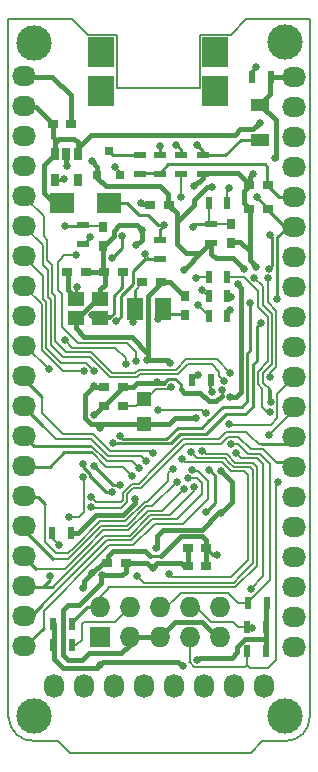
<source format=gbr>
G04 #@! TF.FileFunction,Copper,L2,Bot,Signal*
%FSLAX46Y46*%
G04 Gerber Fmt 4.6, Leading zero omitted, Abs format (unit mm)*
G04 Created by KiCad (PCBNEW 4.0.1-stable) date 10-Oct-16 12:47:22 PM*
%MOMM*%
G01*
G04 APERTURE LIST*
%ADD10C,0.100000*%
%ADD11C,0.150000*%
%ADD12C,3.000000*%
%ADD13O,1.727200X2.032000*%
%ADD14O,2.032000X1.727200*%
%ADD15R,1.727200X1.727200*%
%ADD16O,1.727200X1.727200*%
%ADD17R,2.200000X2.500000*%
%ADD18R,2.000000X1.700000*%
%ADD19R,0.650000X1.060000*%
%ADD20R,1.400000X1.900000*%
%ADD21R,1.198880X1.198880*%
%ADD22R,1.400000X1.200000*%
%ADD23R,1.600000X1.000000*%
%ADD24R,0.800100X0.800100*%
%ADD25R,0.900000X0.800000*%
%ADD26R,0.600000X1.000000*%
%ADD27R,0.800000X0.900000*%
%ADD28R,1.000000X0.600000*%
%ADD29C,0.660000*%
%ADD30C,0.200000*%
%ADD31C,0.254000*%
%ADD32C,0.381000*%
G04 APERTURE END LIST*
D10*
D11*
X52800000Y-28900000D02*
X52800000Y-33400000D01*
X50300000Y-28900000D02*
X52800000Y-28900000D01*
X50200000Y-28800000D02*
X50300000Y-28900000D01*
X59800000Y-28900000D02*
X62400000Y-28900000D01*
X59800000Y-33400000D02*
X59800000Y-28900000D01*
X52800000Y-33400000D02*
X59800000Y-33400000D01*
X47800000Y-88700000D02*
X48800000Y-89700000D01*
X65100000Y-88700000D02*
X64100000Y-89700000D01*
X48800000Y-89700000D02*
X64100000Y-89700000D01*
X43600000Y-27600000D02*
X43600000Y-86700000D01*
X69100000Y-86700000D02*
X69100000Y-27600000D01*
X63700000Y-27600000D02*
X69100000Y-27600000D01*
X50200000Y-28800000D02*
X49000000Y-27600000D01*
X49000000Y-27600000D02*
X43600000Y-27600000D01*
X45800000Y-88700000D02*
X47800000Y-88700000D01*
X67100000Y-88700000D02*
X65100000Y-88700000D01*
X62400000Y-28900000D02*
X63700000Y-27600000D01*
X67100000Y-88700000D02*
G75*
G03X69100000Y-86700000I0J2000000D01*
G01*
X43600000Y-86700000D02*
G75*
G03X45800000Y-88700000I2100000J100000D01*
G01*
D12*
X67000000Y-86600000D03*
X67000000Y-29500000D03*
X45800000Y-29600000D03*
X45800000Y-86600000D03*
D13*
X65261328Y-84029329D03*
X62721328Y-84029329D03*
X60181328Y-84029329D03*
X57641328Y-84029329D03*
X55101328Y-84029329D03*
X52561328Y-84029329D03*
X50021328Y-84029329D03*
X47481328Y-84029329D03*
D14*
X67800000Y-32500000D03*
X67800000Y-35040000D03*
X67800000Y-37580000D03*
X67800000Y-40120000D03*
X67800000Y-42660000D03*
X67800000Y-45200000D03*
X67800000Y-47740000D03*
X67800000Y-50280000D03*
X67800000Y-52820000D03*
X67800000Y-55360000D03*
X67800000Y-57900000D03*
X67800000Y-60440000D03*
X67800000Y-62980000D03*
X67800000Y-65520000D03*
X67800000Y-68060000D03*
X67800000Y-70600000D03*
X67800000Y-73140000D03*
X67800000Y-75680000D03*
X67800000Y-78220000D03*
X67800000Y-80760000D03*
X44900000Y-32400000D03*
X44900000Y-34940000D03*
X44900000Y-37480000D03*
X44900000Y-40020000D03*
X44900000Y-42560000D03*
X44900000Y-45100000D03*
X44900000Y-47640000D03*
X44900000Y-50180000D03*
X44900000Y-52720000D03*
X44900000Y-55260000D03*
X44900000Y-57800000D03*
X44900000Y-60340000D03*
X44900000Y-62880000D03*
X44900000Y-65420000D03*
X44900000Y-67960000D03*
X44900000Y-70500000D03*
X44900000Y-73040000D03*
X44900000Y-75580000D03*
X44900000Y-78120000D03*
X44900000Y-80660000D03*
D15*
X51308000Y-79883000D03*
D16*
X51308000Y-77343000D03*
X53848000Y-79883000D03*
X53848000Y-77343000D03*
X56388000Y-79883000D03*
X56388000Y-77343000D03*
X58928000Y-79883000D03*
X58928000Y-77343000D03*
X61468000Y-79883000D03*
X61468000Y-77343000D03*
D17*
X61125000Y-33700000D03*
X61125000Y-30400000D03*
X51475000Y-33700000D03*
X51475000Y-30400000D03*
D18*
X48148328Y-43135328D03*
X52148328Y-43135328D03*
D19*
X47547328Y-38987328D03*
X48497328Y-38987328D03*
X49447328Y-38987328D03*
X49447328Y-41187328D03*
X47547328Y-41187328D03*
D20*
X56682329Y-52152328D03*
X54282329Y-52152328D03*
D21*
X55035289Y-59729148D03*
X55035289Y-61827188D03*
D22*
X51388828Y-51288829D03*
X49288828Y-51288829D03*
X51388828Y-52888829D03*
X49288828Y-52888829D03*
D23*
X64897000Y-37822000D03*
X64897000Y-34822000D03*
D24*
X53020000Y-40751760D03*
X51120000Y-40751760D03*
X52070000Y-38752780D03*
D25*
X51705449Y-58700448D03*
X53305449Y-58700448D03*
D26*
X62141000Y-51054000D03*
X60541000Y-51054000D03*
D27*
X62420500Y-44920000D03*
X62420500Y-46520000D03*
X51562000Y-45174000D03*
X51562000Y-46774000D03*
D25*
X51697828Y-48977328D03*
X53297828Y-48977328D03*
X48586328Y-48977328D03*
X50186328Y-48977328D03*
X60363000Y-72390000D03*
X58763000Y-72390000D03*
X51968500Y-73596500D03*
X53568500Y-73596500D03*
X60363000Y-73914000D03*
X58763000Y-73914000D03*
X65570000Y-41656000D03*
X63970000Y-41656000D03*
X65570000Y-43688000D03*
X63970000Y-43688000D03*
X47333000Y-36449000D03*
X48933000Y-36449000D03*
X51685128Y-60346368D03*
X53285128Y-60346368D03*
X57188000Y-43307000D03*
X55588000Y-43307000D03*
D27*
X58504929Y-52609428D03*
X58504929Y-51009428D03*
D25*
X54936328Y-49866329D03*
X56536328Y-49866329D03*
D28*
X60769500Y-46520000D03*
X60769500Y-44920000D03*
X49911000Y-46647000D03*
X49911000Y-45047000D03*
D26*
X62141000Y-52705000D03*
X60541000Y-52705000D03*
X62141000Y-49403000D03*
X60541000Y-49403000D03*
D28*
X60071000Y-40678000D03*
X60071000Y-39078000D03*
X58166000Y-40678000D03*
X58166000Y-39078000D03*
X56388000Y-46317000D03*
X56388000Y-47917000D03*
D26*
X63826328Y-81108328D03*
X65426328Y-81108328D03*
X47392528Y-78822328D03*
X48992528Y-78822328D03*
X47392529Y-80574928D03*
X48992529Y-80574928D03*
X65451728Y-77018928D03*
X63851728Y-77018928D03*
X65426328Y-79076328D03*
X63826328Y-79076328D03*
D28*
X56388000Y-40678000D03*
X56388000Y-39078000D03*
X54737000Y-39078000D03*
X54737000Y-40678000D03*
D26*
X62141000Y-43180000D03*
X60541000Y-43180000D03*
X60742569Y-58101008D03*
X59142569Y-58101008D03*
X64207328Y-32530828D03*
X65807328Y-32530828D03*
X47316328Y-71138829D03*
X48916328Y-71138829D03*
D29*
X57213500Y-74549000D03*
X54406800Y-56540400D03*
X49326800Y-47599600D03*
X58281408Y-64847248D03*
X59182000Y-45212000D03*
X59283600Y-41757600D03*
X66192400Y-39370000D03*
X64262000Y-40741600D03*
X48514000Y-40005000D03*
X54275828Y-68217828D03*
X50844288Y-61138848D03*
X50859528Y-65441608D03*
X61659608Y-58984928D03*
X56213848Y-58294048D03*
X53054088Y-67021488D03*
X55345168Y-56490648D03*
X57280648Y-56668448D03*
X61598648Y-65858168D03*
X61618968Y-69368449D03*
X54813200Y-43180000D03*
X56070500Y-72390000D03*
X55797289Y-74052208D03*
X51498500Y-74676000D03*
X54864000Y-45466000D03*
X54406800Y-46736000D03*
X64566800Y-48564800D03*
X48387000Y-45085000D03*
X50656328Y-52660329D03*
X49403000Y-50292000D03*
X63500000Y-48768000D03*
X50495200Y-46075600D03*
X60858400Y-41808400D03*
X50673000Y-39624000D03*
X48260000Y-41148000D03*
X60333728Y-69327809D03*
X60613128Y-65741328D03*
X61222728Y-72995569D03*
X49945128Y-65233329D03*
X59515848Y-61326808D03*
X62365729Y-59594528D03*
X60867128Y-59193208D03*
X51321808Y-62220888D03*
X52393688Y-67661568D03*
X50859528Y-58639488D03*
X58420000Y-48818800D03*
X50673000Y-74485500D03*
X51371500Y-82296000D03*
X62992000Y-50038000D03*
X59576808Y-81819528D03*
X58357608Y-82393568D03*
X49885600Y-75793600D03*
X57331448Y-58695368D03*
X56269728Y-52977828D03*
X54102000Y-53238400D03*
X62230000Y-41910000D03*
X59988288Y-64141128D03*
X54483000Y-74739500D03*
X59012928Y-64197009D03*
X62441928Y-63556928D03*
X66455128Y-66808128D03*
X62822928Y-64308768D03*
X64092928Y-75825128D03*
X64219928Y-79101728D03*
X64871600Y-36372800D03*
X62391128Y-57532048D03*
X61862808Y-58187368D03*
X50846828Y-57359328D03*
X49957828Y-57359328D03*
X47040800Y-57251600D03*
X55812528Y-64318929D03*
X55253729Y-64979328D03*
X54644128Y-65588928D03*
X54085328Y-66249329D03*
X57488928Y-65639728D03*
X57854688Y-66767488D03*
X58469368Y-67361849D03*
X59332968Y-67173888D03*
X47100328Y-74758328D03*
X58789408Y-66457608D03*
X59165328Y-65726089D03*
X49909568Y-66356008D03*
X48751328Y-69741829D03*
X64008000Y-51663600D03*
X53018529Y-62896528D03*
X65659000Y-48704500D03*
X65722500Y-45847000D03*
X64617600Y-42672000D03*
X58166000Y-42608500D03*
X66328128Y-51288728D03*
X52408929Y-63506128D03*
X64973200Y-53289200D03*
X62280800Y-61874400D03*
X60299600Y-60960000D03*
X56235600Y-60655200D03*
X50564888Y-68012088D03*
X50564888Y-68911248D03*
X65769328Y-57867328D03*
X65532000Y-49530000D03*
X62357000Y-52197000D03*
X62433200Y-51104800D03*
X64414400Y-49479200D03*
X65786000Y-59994800D03*
X65769328Y-60839128D03*
X59642848Y-57684448D03*
X59626500Y-51752500D03*
X60007500Y-50546000D03*
X59436000Y-49530000D03*
X64516000Y-31623000D03*
X47862328Y-72091328D03*
X59563000Y-38227000D03*
X56743600Y-45059600D03*
X65684400Y-62839600D03*
X57785000Y-38227000D03*
X52730400Y-53187600D03*
X55118000Y-47447200D03*
X56388000Y-38354000D03*
X52324000Y-47815500D03*
X53543200Y-56794400D03*
X48387000Y-54787800D03*
X52578000Y-40132000D03*
X53238400Y-45974000D03*
D30*
X57468578Y-74804078D02*
X57213500Y-74549000D01*
X60064488Y-65116488D02*
X61700248Y-65116488D01*
X61700248Y-65116488D02*
X61872968Y-65289208D01*
X62482568Y-65878489D02*
X62462248Y-65878488D01*
X62462248Y-65878488D02*
X61872968Y-65289208D01*
X63851628Y-68210208D02*
X63851628Y-66190907D01*
X63539209Y-65878488D02*
X62482568Y-65878489D01*
X63851628Y-66190907D02*
X63539209Y-65878488D01*
X63851628Y-73374028D02*
X62421578Y-74804078D01*
X63851628Y-68210208D02*
X63851628Y-73374028D01*
X60064488Y-65116488D02*
X58550648Y-65116488D01*
X62421578Y-74804078D02*
X57468578Y-74804078D01*
X58550648Y-65116488D02*
X58281408Y-64847248D01*
X60591000Y-44855000D02*
X60706000Y-44970000D01*
X60769500Y-44970000D02*
X62420500Y-44970000D01*
X60591000Y-44791500D02*
X60769500Y-44970000D01*
X60591000Y-43180000D02*
X60591000Y-44791500D01*
X48116329Y-53676328D02*
X48116329Y-52787328D01*
X54406800Y-55778400D02*
X53644800Y-55016400D01*
X53644800Y-55016400D02*
X49456401Y-55016400D01*
X49456401Y-55016400D02*
X48116329Y-53676328D01*
X54406800Y-56540400D02*
X54406800Y-55778400D01*
X47752000Y-48158400D02*
X48209200Y-47701200D01*
X48116329Y-52787328D02*
X48116329Y-50859529D01*
X47752000Y-50495200D02*
X47752000Y-48768000D01*
X48116329Y-50859529D02*
X47752000Y-50495200D01*
X47752000Y-48768000D02*
X47752000Y-48514000D01*
X48310800Y-47599600D02*
X49326800Y-47599600D01*
X47752000Y-48158400D02*
X48310800Y-47599600D01*
X47752000Y-48514000D02*
X47752000Y-48158400D01*
D31*
X59182000Y-45212000D02*
X59424000Y-44970000D01*
X59424000Y-44970000D02*
X60769500Y-44970000D01*
D32*
X51562000Y-46724000D02*
X51562000Y-48791500D01*
X51562000Y-48791500D02*
X51747828Y-48977328D01*
X59283600Y-41757600D02*
X59334400Y-41757600D01*
X60071000Y-41021000D02*
X60071000Y-40628000D01*
X59334400Y-41757600D02*
X60071000Y-41021000D01*
X66243200Y-37185600D02*
X66243200Y-36168200D01*
X66243200Y-36168200D02*
X64897000Y-34822000D01*
X64020000Y-41656000D02*
X64020000Y-40983600D01*
X66243200Y-39319200D02*
X66243200Y-37185600D01*
D31*
X66243200Y-37185600D02*
X66243200Y-37084000D01*
X66192400Y-39370000D02*
X66243200Y-39319200D01*
D32*
X64020000Y-40983600D02*
X64262000Y-40741600D01*
D31*
X49288828Y-52888829D02*
X49473171Y-52888829D01*
X49473171Y-52888829D02*
X51073171Y-51288829D01*
X51073171Y-51288829D02*
X51388828Y-51288829D01*
D32*
X49473171Y-52888829D02*
X51073171Y-51288829D01*
D31*
X51073171Y-51288829D02*
X51388828Y-51288829D01*
D32*
X50136328Y-48977328D02*
X51747828Y-48977328D01*
X65757328Y-32530828D02*
X65757328Y-33961672D01*
X65757328Y-33961672D02*
X64897000Y-34822000D01*
X67801328Y-32467328D02*
X65820828Y-32467328D01*
D31*
X65820828Y-32467328D02*
X65757328Y-32530828D01*
D32*
X48497328Y-38987328D02*
X48497328Y-39988328D01*
D31*
X48497328Y-39988328D02*
X48514000Y-40005000D01*
D32*
X48883000Y-36449000D02*
X48883000Y-34024000D01*
X47326328Y-32467328D02*
X44941328Y-32467328D01*
X48883000Y-34024000D02*
X47326328Y-32467328D01*
D30*
X53309328Y-69565328D02*
X54275828Y-68598828D01*
D31*
X52439408Y-67021488D02*
X50859528Y-65441608D01*
D32*
X51636768Y-60346368D02*
X50844288Y-61138848D01*
D31*
X53054088Y-67021488D02*
X52439408Y-67021488D01*
X61659608Y-58984928D02*
X61659608Y-59498392D01*
D32*
X60587728Y-59960288D02*
X59856208Y-59228769D01*
X61197712Y-59960288D02*
X60587728Y-59960288D01*
X61659608Y-59498392D02*
X61197712Y-59960288D01*
D31*
X56117328Y-58390568D02*
X55116568Y-58390568D01*
D30*
X56213848Y-58294048D02*
X56117328Y-58390568D01*
D32*
X58682728Y-59228768D02*
X58479529Y-59228768D01*
X58479529Y-59228768D02*
X58174728Y-58923968D01*
D31*
X58174728Y-58923968D02*
X58174728Y-58497248D01*
X58174728Y-58497248D02*
X57727688Y-58050208D01*
X57727688Y-58050208D02*
X57072368Y-58050208D01*
X57072368Y-58050208D02*
X56732008Y-58390569D01*
D32*
X56732008Y-58390569D02*
X55116568Y-58390568D01*
X54171688Y-58700448D02*
X53255448Y-58700448D01*
X55116568Y-58390568D02*
X54481568Y-58390568D01*
X54481568Y-58390568D02*
X54171688Y-58700448D01*
X59856208Y-59228769D02*
X58682728Y-59228768D01*
X58682728Y-59228768D02*
X58667488Y-59228769D01*
D30*
X51735128Y-60346368D02*
X51636768Y-60346368D01*
X51735128Y-60346368D02*
X51735129Y-60220768D01*
D32*
X51735129Y-60220768D02*
X53255448Y-58700448D01*
D30*
X48866328Y-71138828D02*
X49068828Y-71138828D01*
D31*
X48192528Y-80488568D02*
X48192528Y-81443608D01*
X49276000Y-81850008D02*
X49584448Y-81850008D01*
D32*
X48598928Y-81850008D02*
X49276000Y-81850008D01*
X48192528Y-81443608D02*
X48598928Y-81850008D01*
X48192528Y-80488568D02*
X48192529Y-81367408D01*
X48619248Y-77161169D02*
X48192529Y-77587888D01*
X48192529Y-77587888D02*
X48192528Y-80488568D01*
D30*
X48192529Y-81367408D02*
X48197608Y-81372488D01*
X48197608Y-81372488D02*
X48197608Y-81387728D01*
D31*
X51747828Y-50929828D02*
X51388828Y-51288828D01*
X51747828Y-50929828D02*
X51388828Y-51288828D01*
X55345168Y-56490648D02*
X55345168Y-55825168D01*
D32*
X49288828Y-53769328D02*
X49288828Y-52888828D01*
X50021328Y-54501829D02*
X49288828Y-53769328D01*
X54021828Y-54501829D02*
X50021328Y-54501829D01*
X55345168Y-55825168D02*
X54021828Y-54501829D01*
X57102848Y-56490648D02*
X55345168Y-56490648D01*
D30*
X57280648Y-56668448D02*
X57102848Y-56490648D01*
X58504929Y-51059428D02*
X58504928Y-50983928D01*
D32*
X62553688Y-68433729D02*
X61618968Y-69368449D01*
X62553688Y-66813208D02*
X62553688Y-68433729D01*
X61598648Y-65858168D02*
X62553688Y-66813208D01*
X51388828Y-50465172D02*
X51747828Y-50106172D01*
X51747828Y-50106172D02*
X51747828Y-48977328D01*
X51388828Y-51288829D02*
X51388828Y-50465172D01*
X57295829Y-49866329D02*
X56486328Y-49866329D01*
X58488928Y-51059428D02*
X57295829Y-49866329D01*
D30*
X58504929Y-51059428D02*
X58488928Y-51059428D01*
X55345168Y-56490648D02*
X55416288Y-56419528D01*
D32*
X55416288Y-56419528D02*
X55416288Y-51009328D01*
X56486328Y-49939288D02*
X55416288Y-51009328D01*
D31*
X56486328Y-49866329D02*
X56486328Y-49939288D01*
D32*
X62992000Y-40628000D02*
X64020000Y-41656000D01*
X60071000Y-40628000D02*
X62992000Y-40628000D01*
D31*
X54813200Y-43180000D02*
X54940200Y-43307000D01*
X54940200Y-43307000D02*
X55638000Y-43307000D01*
X51747828Y-46909828D02*
X51562000Y-46724000D01*
X49003171Y-71138829D02*
X48866328Y-71138829D01*
D32*
X54275828Y-68598828D02*
X53309328Y-69565328D01*
X54275828Y-68217828D02*
X54275828Y-68598828D01*
X61378051Y-69368449D02*
X59944000Y-70802500D01*
X59944000Y-70802500D02*
X56705500Y-70802500D01*
X56705500Y-70802500D02*
X56134000Y-71374000D01*
X56134000Y-71374000D02*
X56134000Y-71628000D01*
D31*
X61618968Y-69368449D02*
X61378051Y-69368449D01*
X56134000Y-72326500D02*
X56070500Y-72390000D01*
D32*
X56134000Y-71628000D02*
X56134000Y-72326500D01*
X55341581Y-73596500D02*
X55797289Y-74052208D01*
X53518500Y-73596500D02*
X55341581Y-73596500D01*
X53213000Y-74676000D02*
X53518500Y-74370500D01*
X53518500Y-74370500D02*
X53518500Y-73596500D01*
X51498500Y-74676000D02*
X53213000Y-74676000D01*
X58813000Y-73914000D02*
X58813000Y-72390000D01*
D31*
X55935497Y-73914000D02*
X55797289Y-74052208D01*
D32*
X50482500Y-76263500D02*
X49584831Y-77161169D01*
X49584831Y-77161169D02*
X48619248Y-77161169D01*
D30*
X56371329Y-80473328D02*
X56460228Y-80473328D01*
D32*
X53848000Y-79883000D02*
X56388000Y-79883000D01*
X53848000Y-80581500D02*
X53848000Y-79883000D01*
X49848992Y-81850008D02*
X50419000Y-81280000D01*
X50419000Y-81280000D02*
X53149500Y-81280000D01*
X53149500Y-81280000D02*
X53848000Y-80581500D01*
X49276000Y-81850008D02*
X49848992Y-81850008D01*
X57658000Y-78613000D02*
X56388000Y-79883000D01*
X59944000Y-78613000D02*
X57658000Y-78613000D01*
X61214000Y-79883000D02*
X59944000Y-78613000D01*
D31*
X61468000Y-79883000D02*
X61214000Y-79883000D01*
D32*
X63500000Y-43180000D02*
X63500000Y-42176000D01*
X63500000Y-42176000D02*
X64020000Y-41656000D01*
X64008000Y-43688000D02*
X63500000Y-43180000D01*
X64020000Y-43688000D02*
X64008000Y-43688000D01*
X58166000Y-73660000D02*
X56189497Y-73660000D01*
X56189497Y-73660000D02*
X55797289Y-74052208D01*
X58420000Y-73914000D02*
X58166000Y-73660000D01*
X58813000Y-73914000D02*
X58420000Y-73914000D01*
X51435000Y-75311000D02*
X51435000Y-74739500D01*
X51435000Y-74739500D02*
X51498500Y-74676000D01*
X50482500Y-76263500D02*
X51435000Y-75311000D01*
X51034672Y-69565328D02*
X49461171Y-71138829D01*
X49461171Y-71138829D02*
X48866328Y-71138829D01*
X53309328Y-69565328D02*
X51034672Y-69565328D01*
X54864000Y-46278800D02*
X54864000Y-45466000D01*
X54406800Y-46736000D02*
X54864000Y-46278800D01*
X64566800Y-48564800D02*
X64020000Y-48018000D01*
X64020000Y-47256000D02*
X64020000Y-43688000D01*
X64020000Y-48018000D02*
X64020000Y-47256000D01*
X63234000Y-46470000D02*
X64020000Y-47256000D01*
X62420500Y-46470000D02*
X63234000Y-46470000D01*
X52527200Y-45974000D02*
X52527200Y-45516800D01*
X52527200Y-45516800D02*
X52984400Y-45059600D01*
X52984400Y-45059600D02*
X54457600Y-45059600D01*
X54457600Y-45059600D02*
X54864000Y-45466000D01*
X51777200Y-46724000D02*
X52527200Y-45974000D01*
X51562000Y-46724000D02*
X51777200Y-46724000D01*
D31*
X49911000Y-45097000D02*
X48399000Y-45097000D01*
X48399000Y-45097000D02*
X48387000Y-45085000D01*
D30*
X51435000Y-45097000D02*
X51562000Y-45224000D01*
X49911000Y-45097000D02*
X51435000Y-45097000D01*
D31*
X52497828Y-51072829D02*
X52497828Y-51007172D01*
X52497828Y-52533328D02*
X52497828Y-51072829D01*
X52275578Y-52755578D02*
X52497828Y-52533328D01*
X53247828Y-50257172D02*
X53247828Y-48977328D01*
X52497828Y-51007172D02*
X53247828Y-50257172D01*
X50656328Y-52660329D02*
X50884828Y-52888828D01*
X50884828Y-52888828D02*
X51388828Y-52888828D01*
X52275578Y-52755578D02*
X51522078Y-52755578D01*
X51522078Y-52755578D02*
X51388828Y-52888828D01*
X51388828Y-52888828D02*
X52142328Y-52888828D01*
X52142328Y-52888828D02*
X52275578Y-52755578D01*
X49288828Y-50406172D02*
X49288828Y-51288829D01*
X49403000Y-50292000D02*
X49288828Y-50406172D01*
D32*
X49288828Y-51288829D02*
X49288828Y-51193828D01*
X49288828Y-51193828D02*
X48636328Y-50541328D01*
X48636328Y-50541328D02*
X48636328Y-48977328D01*
D31*
X48636329Y-50636328D02*
X49288828Y-51288828D01*
D30*
X48636329Y-50636328D02*
X49288828Y-51288828D01*
D32*
X62585600Y-47853600D02*
X62382400Y-47853600D01*
X63500000Y-48768000D02*
X62585600Y-47853600D01*
D31*
X49911000Y-46597000D02*
X49973800Y-46597000D01*
X49973800Y-46597000D02*
X50495200Y-46075600D01*
X57861200Y-45618400D02*
X57861200Y-44805600D01*
D32*
X57861200Y-44805600D02*
X59309000Y-43357800D01*
D31*
X47547328Y-41187328D02*
X48220672Y-41187328D01*
D32*
X51120000Y-40071000D02*
X51120000Y-40751760D01*
X50673000Y-39624000D02*
X51120000Y-40071000D01*
D31*
X48220672Y-41187328D02*
X48260000Y-41148000D01*
X60333728Y-69327809D02*
X60333728Y-69302408D01*
X61044928Y-66173129D02*
X60613128Y-65741328D01*
X61044928Y-68591208D02*
X61044928Y-66173129D01*
X60333728Y-69302408D02*
X61044928Y-68591208D01*
D30*
X60864588Y-68771548D02*
X60864588Y-68796948D01*
X60864588Y-68796948D02*
X60333728Y-69327809D01*
X60864588Y-68771548D02*
X60856968Y-68779168D01*
D31*
X61222728Y-72995569D02*
X61146528Y-72919369D01*
X50529328Y-66117248D02*
X49945128Y-65533049D01*
D30*
X50534408Y-66122329D02*
X50529328Y-66117248D01*
D31*
X49945128Y-65533049D02*
X49945128Y-65233329D01*
X60692568Y-59018648D02*
X60692568Y-58101008D01*
D30*
X60867128Y-59193208D02*
X60692568Y-59018648D01*
D32*
X55035289Y-61827188D02*
X51987288Y-61827188D01*
X51987288Y-61827188D02*
X50572509Y-61827188D01*
X50572509Y-61827188D02*
X50117848Y-61372528D01*
D31*
X51321808Y-62220888D02*
X51715508Y-61827188D01*
D32*
X51715508Y-61827188D02*
X51979668Y-61827188D01*
D30*
X51979668Y-61827188D02*
X51987288Y-61819568D01*
X51987288Y-61819568D02*
X51987288Y-61827188D01*
D32*
X50117848Y-59381168D02*
X50859528Y-58639488D01*
X50117848Y-61372528D02*
X50117848Y-59381168D01*
X50920489Y-58700448D02*
X51755449Y-58700448D01*
D30*
X50859528Y-58639488D02*
X50920489Y-58700448D01*
D31*
X52393688Y-67661568D02*
X51865368Y-67661568D01*
X50529328Y-66117248D02*
X50529328Y-66325529D01*
X51865368Y-67661568D02*
X50575048Y-66371248D01*
D30*
X50529328Y-66325529D02*
X50575048Y-66371248D01*
D31*
X56007000Y-73043828D02*
X56500868Y-73043828D01*
X59563000Y-71374002D02*
X59753501Y-71374002D01*
D32*
X58170697Y-71373999D02*
X59563000Y-71374002D01*
X56500868Y-73043828D02*
X58170697Y-71373999D01*
D30*
X65376328Y-79076328D02*
X65376328Y-79520128D01*
D32*
X47442528Y-78822328D02*
X47442529Y-80574928D01*
X47442528Y-81729928D02*
X48243328Y-82530728D01*
X47442529Y-80574928D02*
X47442528Y-81729928D01*
D31*
X49657000Y-82530728D02*
X50275328Y-82530728D01*
D32*
X48243328Y-82530728D02*
X49657000Y-82530728D01*
D30*
X65401728Y-79050928D02*
X65376328Y-79076328D01*
D32*
X65401728Y-77018928D02*
X65401728Y-79050928D01*
X65376328Y-79076328D02*
X65376328Y-81108328D01*
X51120000Y-41023500D02*
X51816000Y-41719500D01*
X51816000Y-41719500D02*
X56451500Y-41719500D01*
X56451500Y-41719500D02*
X57138000Y-42406000D01*
D31*
X51120000Y-40751760D02*
X51120000Y-41023500D01*
D32*
X59842400Y-47396400D02*
X58623200Y-47396400D01*
D31*
X59994800Y-47244000D02*
X59842400Y-47396400D01*
D32*
X57861200Y-44030200D02*
X57138000Y-43307000D01*
X57861200Y-46634400D02*
X57861200Y-45618400D01*
X57861200Y-45618400D02*
X57861200Y-44030200D01*
X58623200Y-47396400D02*
X57861200Y-46634400D01*
X60768800Y-46470000D02*
X59994800Y-47244000D01*
D31*
X60769500Y-46470000D02*
X60768800Y-46470000D01*
D32*
X58420000Y-48818800D02*
X59994800Y-47244000D01*
X55581328Y-73043828D02*
X55181500Y-72644000D01*
X55181500Y-72644000D02*
X52451000Y-72644000D01*
X52451000Y-72644000D02*
X52018500Y-73076500D01*
X52018500Y-73076500D02*
X52018500Y-73596500D01*
D31*
X56007000Y-73043828D02*
X55581328Y-73043828D01*
X60918569Y-72995569D02*
X60313000Y-72390000D01*
X61222728Y-72995569D02*
X60918569Y-72995569D01*
D32*
X60313000Y-73914000D02*
X60313000Y-72390000D01*
X60007502Y-71374002D02*
X60313000Y-71679500D01*
X60313000Y-71679500D02*
X60313000Y-72390000D01*
X59563000Y-71374002D02*
X60007502Y-71374002D01*
X51562000Y-73596500D02*
X50673000Y-74485500D01*
X49657000Y-82530728D02*
X50628772Y-82530728D01*
D31*
X51371500Y-82296000D02*
X51136772Y-82530728D01*
D32*
X51136772Y-82530728D02*
X50628772Y-82530728D01*
X57138000Y-43307000D02*
X57138000Y-42406000D01*
X60426600Y-41808400D02*
X59309000Y-42926000D01*
X59309000Y-42926000D02*
X59309000Y-43357800D01*
X60858400Y-41808400D02*
X60426600Y-41808400D01*
X63296800Y-50800000D02*
X63296800Y-50342800D01*
X60769500Y-47459900D02*
X60769500Y-46470000D01*
X62357000Y-47853600D02*
X61163200Y-47853600D01*
X61163200Y-47853600D02*
X60769500Y-47459900D01*
X63296800Y-50342800D02*
X62992000Y-50038000D01*
X63296800Y-54406800D02*
X63296800Y-50800000D01*
X62833472Y-59594528D02*
X63296800Y-59131200D01*
X63296800Y-59131200D02*
X63296800Y-54406800D01*
X62365729Y-59594528D02*
X62833472Y-59594528D01*
X57672192Y-61326808D02*
X57171812Y-61827188D01*
X57171812Y-61827188D02*
X55035289Y-61827188D01*
X59515848Y-61326808D02*
X57672192Y-61326808D01*
X52018500Y-73596500D02*
X51562000Y-73596500D01*
X59576808Y-81819528D02*
X59658472Y-81819528D01*
X62484000Y-81661000D02*
X62960088Y-81184912D01*
X59817000Y-81661000D02*
X62484000Y-81661000D01*
X59658472Y-81819528D02*
X59817000Y-81661000D01*
X65169888Y-80056769D02*
X63610328Y-80056768D01*
D30*
X65376329Y-79850328D02*
X65169888Y-80056769D01*
D32*
X65376329Y-79850328D02*
X65376328Y-79076328D01*
X62960088Y-80707008D02*
X62960088Y-81184912D01*
X63610328Y-80056768D02*
X62960088Y-80707008D01*
X58263568Y-82393568D02*
X57912000Y-82042000D01*
X57912000Y-82042000D02*
X51625500Y-82042000D01*
X51625500Y-82042000D02*
X51371500Y-82296000D01*
X58357608Y-82393568D02*
X58263568Y-82393568D01*
D31*
X49885600Y-75793600D02*
X49994510Y-75684690D01*
D32*
X49994510Y-75684690D02*
X49994510Y-75163990D01*
X50673000Y-74485500D02*
X49994510Y-75163990D01*
D30*
X55035288Y-59729148D02*
X55312148Y-59729148D01*
X55312148Y-59729148D02*
X56112248Y-58929048D01*
X56112248Y-58929048D02*
X57097768Y-58929048D01*
X57097768Y-58929048D02*
X57331448Y-58695368D01*
X55035288Y-59729148D02*
X55515348Y-59729148D01*
X55035288Y-59729148D02*
X55505189Y-59729148D01*
X55035288Y-59729148D02*
X54997188Y-59729149D01*
X54997188Y-59729149D02*
X54379968Y-60346369D01*
X54379968Y-60346369D02*
X53235128Y-60346368D01*
D31*
X58504929Y-52559428D02*
X57089428Y-52559428D01*
D30*
X57089428Y-52559428D02*
X56682328Y-52152328D01*
X57051328Y-52521329D02*
X56682328Y-52152328D01*
X56269728Y-52977828D02*
X56682328Y-52565228D01*
X56682328Y-52565228D02*
X56682328Y-52152328D01*
X57089429Y-52559428D02*
X56682329Y-52152328D01*
X58504929Y-52559428D02*
X57089429Y-52559428D01*
D31*
X54282328Y-52152328D02*
X54282329Y-50570328D01*
D30*
X54282329Y-52310928D02*
X54282328Y-52152328D01*
X54282329Y-50570328D02*
X54986328Y-49866329D01*
X54282329Y-52152328D02*
X54282329Y-50570328D01*
X54282329Y-53058071D02*
X54282329Y-52152328D01*
X54102000Y-53238400D02*
X54282329Y-53058071D01*
X62091000Y-42049000D02*
X62230000Y-41910000D01*
X62091000Y-43180000D02*
X62091000Y-42049000D01*
X59988288Y-64141128D02*
X60074130Y-64141129D01*
X62807688Y-65146968D02*
X63173448Y-65146968D01*
X62060928Y-64400208D02*
X62807688Y-65146968D01*
X60333210Y-64400208D02*
X62060928Y-64400208D01*
X60074130Y-64141129D02*
X60333210Y-64400208D01*
X64651729Y-67178968D02*
X64651728Y-65522888D01*
X64275808Y-65146968D02*
X63173448Y-65146968D01*
X64651728Y-65522888D02*
X64275808Y-65146968D01*
X64651728Y-73869328D02*
X62815278Y-75705778D01*
X64651729Y-67178968D02*
X64651728Y-73869328D01*
X51752500Y-77472156D02*
X51291328Y-77933328D01*
X51943000Y-75882500D02*
X51752500Y-76073000D01*
X52119722Y-75705778D02*
X51943000Y-75882500D01*
X62815278Y-75705778D02*
X52119722Y-75705778D01*
D31*
X50228500Y-77343000D02*
X51308000Y-77343000D01*
X48942528Y-78628972D02*
X50228500Y-77343000D01*
X48942528Y-78822328D02*
X48942528Y-78628972D01*
D30*
X51308000Y-76517500D02*
X51943000Y-75882500D01*
X51308000Y-77343000D02*
X51308000Y-76517500D01*
X48942528Y-80574928D02*
X48942528Y-80383728D01*
X62656528Y-75293028D02*
X55036528Y-75293028D01*
X55036528Y-75293028D02*
X54483000Y-74739500D01*
X60049248Y-64755808D02*
X59571728Y-64755808D01*
X59571728Y-64755808D02*
X59012928Y-64197009D01*
X64296128Y-67392329D02*
X64296128Y-65756569D01*
X62660368Y-65517808D02*
X62289528Y-65146968D01*
X64057368Y-65517808D02*
X62660368Y-65517808D01*
X64296128Y-65756569D02*
X64057368Y-65517808D01*
X64296128Y-67392329D02*
X64296128Y-73653428D01*
X64296128Y-73653428D02*
X63242028Y-74707529D01*
X63242028Y-74707529D02*
X62656528Y-75293028D01*
X60049248Y-64755808D02*
X61375129Y-64755808D01*
X61898368Y-64755808D02*
X62289528Y-65146968D01*
X61375129Y-64755808D02*
X61898368Y-64755808D01*
X49346072Y-80574928D02*
X49784000Y-80137000D01*
X49784000Y-80137000D02*
X49784000Y-78803500D01*
X49784000Y-78803500D02*
X49974500Y-78613000D01*
X51371500Y-78613000D02*
X51562000Y-78613000D01*
X49974500Y-78613000D02*
X51371500Y-78613000D01*
X48942529Y-80574928D02*
X49346072Y-80574928D01*
X52578000Y-78613000D02*
X53848000Y-77343000D01*
X51371500Y-78613000D02*
X52578000Y-78613000D01*
X64697448Y-64395128D02*
X63864328Y-64395129D01*
X63864328Y-64395129D02*
X63026128Y-63556928D01*
X63026128Y-63556928D02*
X62441928Y-63556928D01*
X65769328Y-65588928D02*
X65769328Y-75063128D01*
X65769328Y-75063128D02*
X63901728Y-76930728D01*
X63610328Y-64141128D02*
X63864328Y-64395129D01*
X63864328Y-64395129D02*
X64697448Y-64395128D01*
X64697448Y-64395128D02*
X64905728Y-64395129D01*
X64905728Y-64395129D02*
X65769328Y-65258728D01*
X65769328Y-65258728D02*
X65769328Y-65588928D01*
X63051528Y-77018928D02*
X62169100Y-76136500D01*
X63901728Y-77018928D02*
X63051528Y-77018928D01*
X63901728Y-76930728D02*
X63901728Y-77018928D01*
X62169100Y-76136500D02*
X58168156Y-76136500D01*
X58168156Y-76136500D02*
X56371328Y-77933328D01*
X66455128Y-66808128D02*
X66277328Y-66985928D01*
X66277328Y-66985928D02*
X66277328Y-81844928D01*
X66277328Y-81844928D02*
X65553428Y-82568828D01*
X63650968Y-82444368D02*
X63797018Y-82298318D01*
X59348208Y-82444368D02*
X63650968Y-82444368D01*
X58936920Y-82033080D02*
X59348208Y-82444368D01*
X58911328Y-82007488D02*
X58936920Y-82033080D01*
X63876328Y-81108328D02*
X63686528Y-81108328D01*
X63788129Y-81196528D02*
X63876328Y-81108328D01*
X65553428Y-82568828D02*
X64067528Y-82568828D01*
X64067528Y-82568828D02*
X63797018Y-82298318D01*
X63797018Y-82298318D02*
X63788129Y-82289428D01*
X63788129Y-82289428D02*
X63788129Y-81196528D01*
X58936920Y-79891920D02*
X58928000Y-79883000D01*
X58936920Y-82033080D02*
X58936920Y-79891920D01*
X63564608Y-64776128D02*
X63290289Y-64776128D01*
X63290289Y-64776128D02*
X62822928Y-64308768D01*
X65185128Y-74656728D02*
X65185128Y-74682129D01*
X65185128Y-65284128D02*
X65185128Y-74656728D01*
X63534129Y-64776128D02*
X63564608Y-64776128D01*
X63564608Y-64776128D02*
X64677129Y-64776128D01*
X64677129Y-64776128D02*
X65185128Y-65284128D01*
X65185128Y-74732929D02*
X64092928Y-75825128D01*
X64219928Y-79101728D02*
X64194528Y-79076328D01*
X64194528Y-79076328D02*
X63876328Y-79076328D01*
X65185128Y-74656728D02*
X65185128Y-74732929D01*
X63074328Y-79076328D02*
X62611000Y-78613000D01*
X62611000Y-78613000D02*
X61277500Y-78613000D01*
X63876328Y-79076328D02*
X63074328Y-79076328D01*
X60769500Y-78613000D02*
X61277500Y-78613000D01*
X59499500Y-77343000D02*
X60769500Y-78613000D01*
X58928000Y-77343000D02*
X59499500Y-77343000D01*
D31*
X48148328Y-43135328D02*
X47453328Y-43135328D01*
D32*
X47453328Y-43135328D02*
X46609000Y-42291000D01*
X46609000Y-42291000D02*
X46609000Y-39925656D01*
X46609000Y-39925656D02*
X47547328Y-38987328D01*
D31*
X47547328Y-38987328D02*
X47547328Y-38050672D01*
D32*
X49447328Y-38017328D02*
X49447328Y-38987328D01*
X49149000Y-37719000D02*
X49447328Y-38017328D01*
X47879000Y-37719000D02*
X49149000Y-37719000D01*
X47547328Y-38050672D02*
X47879000Y-37719000D01*
X45941328Y-35007328D02*
X47383000Y-36449000D01*
X44941328Y-35007328D02*
X45941328Y-35007328D01*
D31*
X49447328Y-38538272D02*
X49447328Y-38987328D01*
D32*
X50596800Y-37388800D02*
X49447328Y-38538272D01*
X62738000Y-37388800D02*
X50596800Y-37388800D01*
X63195200Y-36931600D02*
X62738000Y-37388800D01*
X64312800Y-36931600D02*
X63195200Y-36931600D01*
X64871600Y-36372800D02*
X64312800Y-36931600D01*
X47383000Y-37604000D02*
X47547328Y-37768328D01*
X47547328Y-37768328D02*
X47547328Y-38987328D01*
X47383000Y-36449000D02*
X47383000Y-37604000D01*
D30*
X50602988Y-55771828D02*
X48482028Y-55771828D01*
X61253209Y-56394128D02*
X60796008Y-56394128D01*
X62391128Y-57532048D02*
X61253209Y-56394128D01*
X60821408Y-56399208D02*
X60821408Y-56394128D01*
X60821408Y-56394128D02*
X60724888Y-56394128D01*
X61232888Y-56394128D02*
X60826488Y-56394128D01*
X60826488Y-56394128D02*
X60821408Y-56399208D01*
X56838688Y-57257728D02*
X54616706Y-57257728D01*
X54616706Y-57257728D02*
X54319008Y-57555426D01*
X59592048Y-56394128D02*
X58667488Y-56394128D01*
X57803888Y-57257728D02*
X56838688Y-57257728D01*
X58667488Y-56394128D02*
X57803888Y-57257728D01*
X53775448Y-57555426D02*
X52386586Y-57555427D01*
X52386586Y-57555427D02*
X50602988Y-55771828D01*
X53775448Y-57555426D02*
X54319008Y-57555426D01*
X60724888Y-56394128D02*
X59592048Y-56394128D01*
X47527048Y-54816848D02*
X47527048Y-51612800D01*
X48482028Y-55771828D02*
X47527048Y-54816848D01*
X46609000Y-45974000D02*
X46609000Y-44295000D01*
X46888400Y-46253400D02*
X46609000Y-45974000D01*
X46609000Y-44295000D02*
X44941328Y-42627328D01*
X47527048Y-51037846D02*
X47294800Y-50805598D01*
X47294800Y-50805598D02*
X47294800Y-48412400D01*
X47294800Y-48412400D02*
X46888400Y-48006000D01*
X46888400Y-48006000D02*
X46888400Y-46253400D01*
X47527048Y-51612800D02*
X47527048Y-51037846D01*
X45472128Y-45167328D02*
X44941328Y-45167328D01*
X61862808Y-58187368D02*
X61446248Y-57770808D01*
X61446248Y-57770808D02*
X61446248Y-57664128D01*
X57214609Y-57664128D02*
X54720328Y-57664128D01*
X54720328Y-57664128D02*
X54479028Y-57905428D01*
X61446248Y-57430448D02*
X60841728Y-56825928D01*
X59896849Y-56825928D02*
X58830048Y-56825928D01*
X57991848Y-57664128D02*
X57214609Y-57664128D01*
X58830048Y-56825928D02*
X57991848Y-57664128D01*
X52993128Y-57905428D02*
X52754369Y-57905428D01*
X52993128Y-57905428D02*
X54479028Y-57905428D01*
X60841728Y-56825928D02*
X59896849Y-56825928D01*
X61446248Y-57664128D02*
X61446248Y-57430448D01*
X50524248Y-56206168D02*
X48179769Y-56206168D01*
X52223508Y-57905428D02*
X50524248Y-56206168D01*
X52754369Y-57905428D02*
X52223508Y-57905428D01*
X52754369Y-57905428D02*
X52408929Y-57905428D01*
X48179769Y-56206168D02*
X47170930Y-55197330D01*
X47170930Y-52984400D02*
X47170930Y-52746688D01*
X47170930Y-55197330D02*
X47170930Y-52984400D01*
X47170930Y-52746688D02*
X47171448Y-52746688D01*
X47170930Y-51336530D02*
X47171448Y-51337048D01*
X46939200Y-49479200D02*
X46939200Y-48869600D01*
X47171448Y-51337048D02*
X46939200Y-51104800D01*
X46939200Y-51104800D02*
X46939200Y-49479200D01*
X46482000Y-48412400D02*
X46482000Y-46708000D01*
X46939200Y-48869600D02*
X46482000Y-48412400D01*
X46482000Y-46708000D02*
X44941328Y-45167328D01*
X47170930Y-52984400D02*
X47170930Y-51336530D01*
X46534100Y-51255900D02*
X46534100Y-49300100D01*
X46534100Y-49300100D02*
X44941328Y-47707328D01*
X46789931Y-54090152D02*
X46789930Y-51511731D01*
X46789930Y-51511731D02*
X46534100Y-51255900D01*
X46534100Y-51255900D02*
X46516128Y-51237928D01*
X50195318Y-56707819D02*
X49530000Y-56707818D01*
X46789930Y-53346128D02*
X46789930Y-53346128D01*
X46789931Y-54090152D02*
X46789930Y-53346128D01*
X50846828Y-57359328D02*
X50195318Y-56707819D01*
X48071818Y-56707818D02*
X46789930Y-55425930D01*
X46789930Y-55425930D02*
X46789930Y-53841428D01*
X46789930Y-53841428D02*
X46789930Y-53346128D01*
X49530000Y-56707818D02*
X48071818Y-56707818D01*
X46439928Y-51765200D02*
X46439928Y-51745928D01*
X46439928Y-51745928D02*
X44941328Y-50247328D01*
X46439928Y-51720529D02*
X46439928Y-51765200D01*
X46439928Y-51765200D02*
X46439928Y-53841428D01*
X48189928Y-57359328D02*
X46439928Y-55609328D01*
X46439928Y-55609328D02*
X46439928Y-53841428D01*
X49957828Y-57359328D02*
X48189928Y-57359328D01*
X45116528Y-55327328D02*
X44941328Y-55327328D01*
X47040800Y-57251600D02*
X45116528Y-55327328D01*
X46465328Y-60978828D02*
X46465328Y-59581829D01*
X47036828Y-61550328D02*
X46465328Y-60978828D01*
X48195068Y-62708569D02*
X47036828Y-61550328D01*
X52200648Y-64166529D02*
X50742688Y-62708569D01*
X50742688Y-62708569D02*
X48195068Y-62708569D01*
X52556249Y-64166528D02*
X52200648Y-64166529D01*
X55660128Y-64166528D02*
X52556249Y-64166528D01*
X44941328Y-57867328D02*
X44941328Y-58057828D01*
D31*
X44941328Y-58057828D02*
X46465328Y-59581829D01*
D30*
X55812528Y-64318929D02*
X55660128Y-64166528D01*
X44941328Y-60407328D02*
X44941329Y-60470828D01*
D31*
X44941329Y-60470828D02*
X46528829Y-62058328D01*
D30*
X55253729Y-64979328D02*
X54847328Y-64572928D01*
X54847328Y-64572928D02*
X52840728Y-64572928D01*
X52027928Y-64572928D02*
X50610608Y-63155608D01*
X50610608Y-63155608D02*
X47626108Y-63155608D01*
X47626108Y-63155608D02*
X46528829Y-62058328D01*
X52840728Y-64572928D02*
X52027928Y-64572928D01*
X44941328Y-63010828D02*
X44941329Y-62947328D01*
D31*
X45723648Y-63729648D02*
X44941329Y-62947328D01*
X50615688Y-63729648D02*
X45723648Y-63729648D01*
D30*
X54644128Y-65588928D02*
X54085328Y-65030128D01*
X54085328Y-65030128D02*
X52896608Y-65030128D01*
X51916168Y-65030128D02*
X50615688Y-63729648D01*
X52896608Y-65030128D02*
X51916168Y-65030128D01*
X54085328Y-66249329D02*
X53323328Y-65487328D01*
X53323328Y-65487328D02*
X53236968Y-65487328D01*
X51839968Y-65487328D02*
X50633468Y-64280828D01*
X53236968Y-65487328D02*
X51839968Y-65487328D01*
D31*
X48306828Y-64280828D02*
X50633468Y-64280828D01*
X44941328Y-65487328D02*
X47100328Y-65487328D01*
X47100328Y-65487328D02*
X48306828Y-64280828D01*
D30*
X47608328Y-72789828D02*
X46693928Y-71875428D01*
X46693928Y-71875428D02*
X46693928Y-68611528D01*
D31*
X46693928Y-68611528D02*
X46109729Y-68027328D01*
X46109729Y-68027328D02*
X44941328Y-68027328D01*
D30*
X49112139Y-72353139D02*
X48675450Y-72789828D01*
X48675450Y-72789828D02*
X47608328Y-72789828D01*
X55165150Y-68433728D02*
X53480939Y-70117939D01*
X55355328Y-68433728D02*
X55165150Y-68433728D01*
X57133328Y-66655728D02*
X55355328Y-68433728D01*
X57133328Y-65995328D02*
X57133328Y-66655728D01*
X57488928Y-65639728D02*
X57133328Y-65995328D01*
X53480939Y-70117939D02*
X51347340Y-70117939D01*
X49112140Y-72353139D02*
X51347340Y-70117939D01*
X49112139Y-72353139D02*
X49112140Y-72353139D01*
X51475257Y-70485000D02*
X48649728Y-73310529D01*
X53608857Y-70485000D02*
X51475257Y-70485000D01*
X55253729Y-68840128D02*
X53608857Y-70485000D01*
X55507729Y-68840128D02*
X55253729Y-68840128D01*
X55782048Y-68840128D02*
X55507729Y-68840128D01*
X57854688Y-66767488D02*
X55782048Y-68840128D01*
X45144528Y-70567328D02*
X44941328Y-70567328D01*
X44941328Y-71138829D02*
X44941328Y-70567328D01*
X48649728Y-73310529D02*
X47354328Y-73310528D01*
X44941329Y-70884828D02*
X44941328Y-70567328D01*
D31*
X47354328Y-73297828D02*
X44941329Y-70884828D01*
D30*
X47354328Y-73310528D02*
X47354328Y-73297828D01*
X50038000Y-72430256D02*
X48344928Y-74123328D01*
X48344928Y-74123328D02*
X45957329Y-74123328D01*
D31*
X45957329Y-74123328D02*
X44941329Y-73107328D01*
D30*
X58469368Y-67361849D02*
X56635488Y-69195729D01*
X56635488Y-69195729D02*
X56015728Y-69195728D01*
X56015728Y-69195728D02*
X55406129Y-69195728D01*
X55406129Y-69195728D02*
X53728428Y-70873428D01*
X53728428Y-70873428D02*
X52324000Y-70873428D01*
X51618072Y-70873428D02*
X50038000Y-72453500D01*
X50038000Y-72453500D02*
X50038000Y-72430256D01*
X52324000Y-70873428D02*
X51618072Y-70873428D01*
X55435500Y-69725156D02*
X53850156Y-71310500D01*
X53850156Y-71310500D02*
X51716556Y-71310500D01*
X51716556Y-71310500D02*
X47379728Y-75647328D01*
D31*
X47379728Y-75647328D02*
X44941328Y-75647329D01*
D30*
X59302488Y-67559968D02*
X57303478Y-69558978D01*
X59302488Y-67204368D02*
X59302488Y-67559968D01*
X59332968Y-67173888D02*
X59302488Y-67204368D01*
X55599522Y-69558978D02*
X55435500Y-69723000D01*
X55435500Y-69723000D02*
X55435500Y-69725156D01*
X57303478Y-69558978D02*
X55599522Y-69558978D01*
X44941328Y-75647329D02*
X46528828Y-75647329D01*
X47100329Y-75075828D02*
X47100328Y-74758328D01*
D31*
X46528828Y-75647329D02*
X47100329Y-75075828D01*
X44941328Y-78187328D02*
X45449328Y-78187328D01*
X45449328Y-78187328D02*
X46401828Y-77234828D01*
D30*
X46401828Y-77234828D02*
X45449328Y-78187328D01*
X59993369Y-67824128D02*
X57907999Y-69909498D01*
X55609328Y-70059328D02*
X53977156Y-71691500D01*
X51945156Y-71691500D02*
X46401828Y-77234828D01*
X53977156Y-71691500D02*
X51945156Y-71691500D01*
X59993368Y-66874168D02*
X59993369Y-67824128D01*
X59597128Y-66477928D02*
X59993368Y-66874168D01*
X58809728Y-66477929D02*
X59597128Y-66477928D01*
X58789408Y-66457608D02*
X58809728Y-66477929D01*
X55759158Y-69909498D02*
X55609328Y-70059328D01*
X57907999Y-69909498D02*
X55759158Y-69909498D01*
X60481048Y-68189888D02*
X58366468Y-70304469D01*
X60481048Y-66681128D02*
X60481048Y-68189888D01*
X59683488Y-65883568D02*
X60481048Y-66681128D01*
X59322808Y-65883568D02*
X59683488Y-65883568D01*
X59165328Y-65726089D02*
X59322808Y-65883568D01*
X52096479Y-72149778D02*
X51088129Y-73158128D01*
X51088129Y-73158128D02*
X46566928Y-77679329D01*
D31*
X46566928Y-79101728D02*
X44941328Y-80727328D01*
D30*
X46566928Y-77679329D02*
X46566928Y-79101728D01*
X55812528Y-70516529D02*
X54179279Y-72149778D01*
X54179279Y-72149778D02*
X52096479Y-72149778D01*
X56024588Y-70304469D02*
X55812528Y-70516529D01*
X58366468Y-70304469D02*
X56024588Y-70304469D01*
X49909568Y-66356008D02*
X49970528Y-66416968D01*
X49970528Y-66416968D02*
X49970528Y-67900328D01*
X49970528Y-69348128D02*
X49576828Y-69741828D01*
X49576828Y-69741828D02*
X48751328Y-69741829D01*
X49970528Y-67900328D02*
X49970528Y-69348128D01*
D31*
X63817500Y-57404000D02*
X63817500Y-55880000D01*
X63817500Y-55880000D02*
X64008000Y-55689500D01*
X64008000Y-51663600D02*
X64008000Y-55689500D01*
X56896000Y-63099729D02*
X56978771Y-63099729D01*
X53221729Y-63099728D02*
X56896000Y-63099729D01*
D30*
X53018529Y-62896528D02*
X53221729Y-63099728D01*
D31*
X63817500Y-57404000D02*
X63817500Y-59944000D01*
X63817500Y-59944000D02*
X63373000Y-60388500D01*
X61736856Y-60388500D02*
X60517878Y-61607478D01*
X63373000Y-60388500D02*
X61736856Y-60388500D01*
X56978771Y-63099729D02*
X57912000Y-62166500D01*
X57912000Y-62166500D02*
X59958856Y-62166500D01*
X59958856Y-62166500D02*
X60517878Y-61607478D01*
X65659000Y-48704500D02*
X65887600Y-48475900D01*
X65887600Y-48475900D02*
X65887600Y-48158400D01*
X65887600Y-46012100D02*
X65887600Y-48158400D01*
X65722500Y-45847000D02*
X65887600Y-46012100D01*
X54737000Y-40628000D02*
X56388000Y-40628000D01*
X66491328Y-42627328D02*
X65520000Y-41656000D01*
X67801328Y-42627328D02*
X66491328Y-42627328D01*
X65520000Y-40120000D02*
X65278000Y-39878000D01*
X65278000Y-39878000D02*
X57138000Y-39878000D01*
X57138000Y-39878000D02*
X56388000Y-40628000D01*
X65520000Y-41656000D02*
X65520000Y-40120000D01*
X65520000Y-43574400D02*
X64617600Y-42672000D01*
D30*
X58166000Y-42608500D02*
X58166000Y-40628000D01*
D31*
X65520000Y-43688000D02*
X65520000Y-43574400D01*
D30*
X66328128Y-51288728D02*
X66328128Y-51060128D01*
D31*
X59998448Y-62744128D02*
X59739368Y-62744128D01*
X57336528Y-63506128D02*
X58098528Y-62744128D01*
D30*
X58098528Y-62744128D02*
X58149328Y-62744128D01*
D31*
X52408929Y-63506128D02*
X57336528Y-63506128D01*
X58149328Y-62744128D02*
X59739368Y-62744128D01*
X66999328Y-45167328D02*
X65520000Y-43688000D01*
D30*
X67801328Y-45167328D02*
X66999328Y-45167328D01*
X67227672Y-45167328D02*
X67801328Y-45167328D01*
D31*
X66328128Y-46066872D02*
X67227672Y-45167328D01*
X66328128Y-51288728D02*
X66328128Y-46066872D01*
X64643000Y-56451500D02*
X64262000Y-56832500D01*
X64262000Y-56832500D02*
X64262000Y-59944000D01*
X63627000Y-61023500D02*
X62484000Y-61023500D01*
X64973200Y-53289200D02*
X64947800Y-53289200D01*
X64643000Y-53594000D02*
X64643000Y-55943500D01*
X64947800Y-53289200D02*
X64643000Y-53594000D01*
X64643000Y-55943500D02*
X64643000Y-56451500D01*
X64262000Y-60388500D02*
X63627000Y-61023500D01*
X64262000Y-59944000D02*
X64262000Y-60388500D01*
X60318872Y-62744128D02*
X59998448Y-62744128D01*
X62039500Y-61023500D02*
X60318872Y-62744128D01*
X62484000Y-61023500D02*
X62039500Y-61023500D01*
D30*
X66370200Y-61391800D02*
X66370200Y-59298456D01*
X66370200Y-59298456D02*
X67801328Y-57867328D01*
X64973200Y-61976000D02*
X65786000Y-61976000D01*
X62280800Y-61874400D02*
X62382400Y-61976000D01*
X62382400Y-61976000D02*
X64973200Y-61976000D01*
X65786000Y-61976000D02*
X66370200Y-61391800D01*
X59994800Y-60655200D02*
X60299600Y-60960000D01*
X56692800Y-60655200D02*
X59994800Y-60655200D01*
X56591200Y-60655200D02*
X56692800Y-60655200D01*
X56692800Y-60655200D02*
X56235600Y-60655200D01*
X67344128Y-63404528D02*
X67801329Y-62947328D01*
X67801329Y-62947328D02*
X66886928Y-62947328D01*
X67166328Y-63582328D02*
X67801329Y-62947328D01*
X50564888Y-68012088D02*
X50768088Y-68215288D01*
X51474208Y-68443888D02*
X51479288Y-68443888D01*
X62054578Y-62534579D02*
X63730978Y-62534578D01*
X63730978Y-62534578D02*
X64082769Y-62886368D01*
D31*
X64981928Y-63582328D02*
X67166328Y-63582328D01*
D30*
X64778729Y-63582328D02*
X64981928Y-63582328D01*
X64082769Y-62886368D02*
X64778729Y-63582328D01*
X59520928Y-63169578D02*
X58384278Y-63169578D01*
X58384278Y-63169578D02*
X56122408Y-65431448D01*
X59520928Y-63169578D02*
X61419578Y-63169579D01*
X61419578Y-63169579D02*
X62054578Y-62534579D01*
X50996688Y-68443888D02*
X50564888Y-68012088D01*
X51479288Y-68443888D02*
X50996688Y-68443888D01*
X54631428Y-66922428D02*
X56122408Y-65431448D01*
X53109968Y-68443888D02*
X53259828Y-68294028D01*
X51479288Y-68443888D02*
X52053328Y-68443888D01*
X52053328Y-68443888D02*
X53109968Y-68443888D01*
X54047228Y-66922429D02*
X53259828Y-67709829D01*
X53259828Y-67709829D02*
X53259828Y-68294028D01*
X54631428Y-66922428D02*
X54047228Y-66922429D01*
X50661408Y-69007768D02*
X52688328Y-69007768D01*
X50564888Y-68911248D02*
X50661408Y-69007768D01*
X64738088Y-64014128D02*
X64153889Y-64014128D01*
X63071848Y-62932088D02*
X62228568Y-62932088D01*
X64153889Y-64014128D02*
X63071848Y-62932088D01*
X61624048Y-63536608D02*
X58677649Y-63536608D01*
X61624048Y-63536608D02*
X62228568Y-62932088D01*
X67801328Y-65461928D02*
X67801328Y-65487328D01*
X67115528Y-65487328D02*
X67801328Y-65487328D01*
X64738088Y-64014128D02*
X65185128Y-64014128D01*
X67420328Y-65106329D02*
X67801328Y-65487328D01*
D31*
X66277328Y-65106329D02*
X67420328Y-65106329D01*
D30*
X65185128Y-64014128D02*
X66277328Y-65106329D01*
X54783829Y-67328828D02*
X58576049Y-63536608D01*
X58576049Y-63536608D02*
X58677649Y-63536608D01*
X53104888Y-69007768D02*
X53640829Y-68471828D01*
X52688328Y-69007768D02*
X53104888Y-69007768D01*
X54135806Y-67328828D02*
X53640828Y-67823807D01*
X53640828Y-67823807D02*
X53640829Y-68471828D01*
X54783829Y-67328828D02*
X54135806Y-67328828D01*
X66277328Y-52279328D02*
X65540728Y-51542728D01*
X65540728Y-51054000D02*
X65540728Y-50933128D01*
X65540728Y-51542728D02*
X65540728Y-51054000D01*
X65769329Y-57587928D02*
X66277328Y-57079929D01*
X66277328Y-57079929D02*
X66277328Y-53473128D01*
X65769328Y-57867328D02*
X65769329Y-57587928D01*
X66277328Y-53473128D02*
X66277328Y-52279328D01*
X62091000Y-52463000D02*
X62091000Y-52705000D01*
X65540728Y-49538728D02*
X65532000Y-49530000D01*
X62357000Y-52197000D02*
X62091000Y-52463000D01*
X65540728Y-51054000D02*
X65540728Y-49538728D01*
X65927326Y-53136800D02*
X65927326Y-52566926D01*
X62382400Y-51054000D02*
X62091000Y-51054000D01*
X62433200Y-51104800D02*
X62382400Y-51054000D01*
X65125600Y-50190400D02*
X64414400Y-49479200D01*
X65125600Y-51765200D02*
X65125600Y-50190400D01*
X65927326Y-52566926D02*
X65125600Y-51765200D01*
X65927326Y-53086000D02*
X65927326Y-53136800D01*
X65927326Y-53136800D02*
X65927326Y-55727600D01*
X65786000Y-59029600D02*
X65151000Y-58394600D01*
X65151000Y-58394600D02*
X65151000Y-57581800D01*
X65151000Y-57581800D02*
X65927326Y-56805474D01*
X65927326Y-56805474D02*
X65927326Y-55727600D01*
X65786000Y-59029600D02*
X65786000Y-59994800D01*
X65633600Y-59842400D02*
X65633600Y-58696800D01*
X65786000Y-59994800D02*
X65633600Y-59842400D01*
X65577324Y-56262049D02*
X65577324Y-56560732D01*
X65577324Y-56560732D02*
X64706500Y-57431556D01*
X64706500Y-58506300D02*
X65083528Y-58883328D01*
X64706500Y-57431556D02*
X64706500Y-58506300D01*
X65515328Y-60839128D02*
X65083528Y-60407328D01*
X65083528Y-60407328D02*
X65083528Y-58883328D01*
X65769328Y-60839128D02*
X65515328Y-60839128D01*
X65577324Y-56262049D02*
X65577324Y-54260528D01*
X65577324Y-52798524D02*
X64702528Y-51923729D01*
X65577324Y-54260528D02*
X65577324Y-52798524D01*
X64702528Y-51435000D02*
X64702528Y-51339528D01*
X64702528Y-51923729D02*
X64702528Y-51435000D01*
X64702528Y-50605528D02*
X63500000Y-49403000D01*
X63500000Y-49403000D02*
X62091000Y-49403000D01*
X64702528Y-51435000D02*
X64702528Y-50605528D01*
X59642848Y-57684448D02*
X59226288Y-58101008D01*
X59226288Y-58101008D02*
X59192568Y-58101008D01*
X60579000Y-52705000D02*
X59626500Y-51752500D01*
X60591000Y-52705000D02*
X60579000Y-52705000D01*
X60515500Y-51054000D02*
X60007500Y-50546000D01*
X60591000Y-51054000D02*
X60515500Y-51054000D01*
X59563000Y-49403000D02*
X59436000Y-49530000D01*
X60591000Y-49403000D02*
X59563000Y-49403000D01*
D31*
X64257328Y-32530828D02*
X64257328Y-31881672D01*
X64257328Y-31881672D02*
X64516000Y-31623000D01*
D30*
X47862328Y-72091328D02*
X47366328Y-71595328D01*
X47366328Y-71595328D02*
X47366328Y-71138829D01*
D31*
X60071000Y-39128000D02*
X61964000Y-39128000D01*
X63270000Y-37822000D02*
X64897000Y-37822000D01*
X61964000Y-39128000D02*
X63270000Y-37822000D01*
X59563000Y-38227000D02*
X60071000Y-38735000D01*
X60071000Y-38735000D02*
X60071000Y-39128000D01*
X56388000Y-46228000D02*
X56388000Y-46367000D01*
X56388000Y-45415200D02*
X56743600Y-45059600D01*
X56388000Y-46367000D02*
X56388000Y-45415200D01*
X56261000Y-45059600D02*
X55372000Y-44170600D01*
X55372000Y-44170600D02*
X54686200Y-44170600D01*
X54686200Y-44170600D02*
X53650928Y-43135328D01*
X53650928Y-43135328D02*
X52148328Y-43135328D01*
X56743600Y-45059600D02*
X56261000Y-45059600D01*
D30*
X65684400Y-62839600D02*
X67801328Y-60722672D01*
X67801328Y-60722672D02*
X67801328Y-60407328D01*
X67801328Y-60519472D02*
X67801328Y-60407328D01*
X67801329Y-60407328D02*
X67801328Y-60940728D01*
D31*
X57785000Y-38227000D02*
X58166000Y-38608000D01*
X58166000Y-38608000D02*
X58166000Y-39128000D01*
X56388000Y-47867000D02*
X55130000Y-47867000D01*
X53086000Y-52832000D02*
X52730400Y-53187600D01*
X53086000Y-51054000D02*
X53086000Y-52832000D01*
X54102000Y-50038000D02*
X53086000Y-51054000D01*
X54102000Y-48895000D02*
X54102000Y-50038000D01*
X55130000Y-47867000D02*
X54102000Y-48895000D01*
D30*
X55537800Y-47867000D02*
X56388000Y-47867000D01*
X55118000Y-47447200D02*
X55537800Y-47867000D01*
D31*
X56388000Y-38354000D02*
X56388000Y-39128000D01*
X54737000Y-39128000D02*
X52445220Y-39128000D01*
X52445220Y-39128000D02*
X52070000Y-38752780D01*
D30*
X53020000Y-40751760D02*
X53020000Y-40574000D01*
X53543200Y-56286400D02*
X52654200Y-55397400D01*
X49174400Y-55397400D02*
X49123600Y-55397400D01*
X52654200Y-55397400D02*
X49174400Y-55397400D01*
X53543200Y-56794400D02*
X53543200Y-56286400D01*
X48996600Y-55397400D02*
X48387000Y-54787800D01*
X49174400Y-55397400D02*
X48996600Y-55397400D01*
D31*
X52324000Y-47802800D02*
X52324000Y-47815500D01*
D30*
X53020000Y-40574000D02*
X52578000Y-40132000D01*
D31*
X52362100Y-47815500D02*
X53238400Y-46939200D01*
X53238400Y-46939200D02*
X53238400Y-45974000D01*
X52324000Y-47815500D02*
X52362100Y-47815500D01*
M02*

</source>
